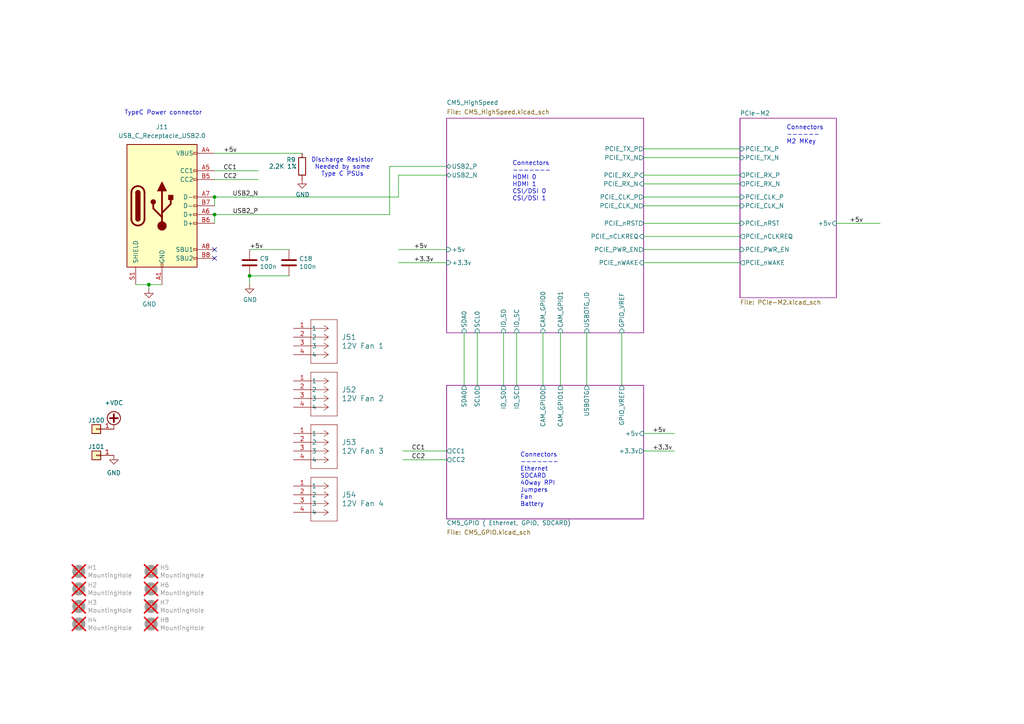
<source format=kicad_sch>
(kicad_sch (version 20250114) (generator "eeschema") (generator_version "9.0")
  (paper "A4")
  (title_block (title "Compute Module 5 IO Board - Top Level") (rev "1") (company "Copyright © 2024 Raspberry Pi Ltd.") (comment 1 "www.raspberrypi.com"))
  (lib_symbols
    (symbol "2025-05-04_16-39-33:LM5155DSSR" (pin_names (offset 0.254))
      (property "Reference" "U" (at 0 2.54 0))
      (property "Value" "LM5155DSSR" (at 0 0 0))
      (symbol "LM5155DSSR_0_1"
        (polyline (pts (xy -15.24 30.48) (xy -15.24 -30.48)) (stroke (width 0.2032)))
        (polyline (pts (xy -15.24 -30.48) (xy 15.24 -30.48)) (stroke (width 0.2032)))
        (polyline (pts (xy 15.24 30.48) (xy -15.24 30.48)) (stroke (width 0.2032)))
        (polyline (pts (xy 15.24 -30.48) (xy 15.24 30.48)) (stroke (width 0.2032)))
        (pin power_in line (at -20.32 25.4 0) (length 5.08) (name "BIAS") (number "1"))
        (pin input line (at -20.32 15.24 0) (length 5.08) (name "UVLO_SYNC") (number "12"))
        (pin open_collector line (at -20.32 5.08 0) (length 5.08) (name "PGOOD") (number "11"))
        (pin input line (at -20.32 -5.08 0) (length 5.08) (name "RT") (number "10"))
        (pin input line (at -20.32 -15.24 0) (length 5.08) (name "SS") (number "9"))
        (pin output line (at -20.32 -25.4 0) (length 5.08) (name "COMP") (number "6"))
        (pin power_in line (at 20.32 25.4 180) (length 5.08) (name "VCC") (number "2"))
        (pin output line (at 20.32 17.78 180) (length 5.08) (name "GATE") (number "3"))
        (pin input line (at 20.32 5.08 180) (length 5.08) (name "CS") (number "5"))
        (pin power_in line (at 20.32 -5.08 180) (length 5.08) (name "PGND") (number "4"))
        (pin input line (at 20.32 -15.24 180) (length 5.08) (name "FB") (number "8"))
        (pin unspecified line (at 20.32 -22.86 180) (length 5.08) (name "EP") (number "13"))
        (pin power_in line (at 20.32 -25.4 180) (length 5.08) (name "AGND") (number "7"))
      )
    )
    (symbol "2025-05-04_20-53-25:470531000" (pin_names (offset 0.254))
      (property "Reference" "J" (at 8.89 6.35 0))
      (property "Value" "470531000" (at 0 0 0))
      (symbol "470531000_1_1"
        (polyline (pts (xy 5.08 2.54) (xy 5.08 -10.16)) (stroke (width 0.127)))
        (polyline (pts (xy 5.08 -10.16) (xy 12.7 -10.16)) (stroke (width 0.127)))
        (polyline (pts (xy 10.16 0) (xy 5.08 0)) (stroke (width 0.127)))
        (polyline (pts (xy 10.16 0) (xy 8.89 0.8467)) (stroke (width 0.127)))
        (polyline (pts (xy 10.16 0) (xy 8.89 -0.8467)) (stroke (width 0.127)))
        (polyline (pts (xy 10.16 -2.54) (xy 5.08 -2.54)) (stroke (width 0.127)))
        (polyline (pts (xy 10.16 -2.54) (xy 8.89 -1.6933)) (stroke (width 0.127)))
        (polyline (pts (xy 10.16 -2.54) (xy 8.89 -3.3867)) (stroke (width 0.127)))
        (polyline (pts (xy 10.16 -5.08) (xy 5.08 -5.08)) (stroke (width 0.127)))
        (polyline (pts (xy 10.16 -5.08) (xy 8.89 -4.2333)) (stroke (width 0.127)))
        (polyline (pts (xy 10.16 -5.08) (xy 8.89 -5.9267)) (stroke (width 0.127)))
        (polyline (pts (xy 10.16 -7.62) (xy 5.08 -7.62)) (stroke (width 0.127)))
        (polyline (pts (xy 10.16 -7.62) (xy 8.89 -6.7733)) (stroke (width 0.127)))
        (polyline (pts (xy 10.16 -7.62) (xy 8.89 -8.4667)) (stroke (width 0.127)))
        (polyline (pts (xy 12.7 2.54) (xy 5.08 2.54)) (stroke (width 0.127)))
        (polyline (pts (xy 12.7 -10.16) (xy 12.7 2.54)) (stroke (width 0.127)))
        (pin unspecified line (at 0 0 0) (length 5.08) (name "1") (number "1"))
        (pin unspecified line (at 0 -2.54 0) (length 5.08) (name "2") (number "2"))
        (pin unspecified line (at 0 -5.08 0) (length 5.08) (name "3") (number "3"))
        (pin unspecified line (at 0 -7.62 0) (length 5.08) (name "4") (number "4"))
      )
      (symbol "470531000_1_2"
        (polyline (pts (xy 5.08 2.54) (xy 5.08 -10.16)) (stroke (width 0.127)))
        (polyline (pts (xy 5.08 -10.16) (xy 12.7 -10.16)) (stroke (width 0.127)))
        (polyline (pts (xy 7.62 0) (xy 5.08 0)) (stroke (width 0.127)))
        (polyline (pts (xy 7.62 0) (xy 8.89 0.8467)) (stroke (width 0.127)))
        (polyline (pts (xy 7.62 0) (xy 8.89 -0.8467)) (stroke (width 0.127)))
        (polyline (pts (xy 7.62 -2.54) (xy 5.08 -2.54)) (stroke (width 0.127)))
        (polyline (pts (xy 7.62 -2.54) (xy 8.89 -1.6933)) (stroke (width 0.127)))
        (polyline (pts (xy 7.62 -2.54) (xy 8.89 -3.3867)) (stroke (width 0.127)))
        (polyline (pts (xy 7.62 -5.08) (xy 5.08 -5.08)) (stroke (width 0.127)))
        (polyline (pts (xy 7.62 -5.08) (xy 8.89 -4.2333)) (stroke (width 0.127)))
        (polyline (pts (xy 7.62 -5.08) (xy 8.89 -5.9267)) (stroke (width 0.127)))
        (polyline (pts (xy 7.62 -7.62) (xy 5.08 -7.62)) (stroke (width 0.127)))
        (polyline (pts (xy 7.62 -7.62) (xy 8.89 -6.7733)) (stroke (width 0.127)))
        (polyline (pts (xy 7.62 -7.62) (xy 8.89 -8.4667)) (stroke (width 0.127)))
        (polyline (pts (xy 12.7 2.54) (xy 5.08 2.54)) (stroke (width 0.127)))
        (polyline (pts (xy 12.7 -10.16) (xy 12.7 2.54)) (stroke (width 0.127)))
        (pin unspecified line (at 0 0 0) (length 5.08) (name "1") (number "1"))
        (pin unspecified line (at 0 -2.54 0) (length 5.08) (name "2") (number "2"))
        (pin unspecified line (at 0 -5.08 0) (length 5.08) (name "3") (number "3"))
        (pin unspecified line (at 0 -7.62 0) (length 5.08) (name "4") (number "4"))
      )
    )
    (symbol "Connector:USB_C_Receptacle_USB2.0_16P" (pin_names (offset 1.016))
      (property "Reference" "J" (at 0 22.225 0))
      (property "Value" "USB_C_Receptacle_USB2.0_16P" (at 0 19.685 0))
      (symbol "USB_C_Receptacle_USB2.0_16P_0_0"
        (rectangle (start -0.254 -17.78) (end 0.254 -16.764))
        (rectangle (start 10.16 15.494) (end 9.144 14.986))
        (rectangle (start 10.16 10.414) (end 9.144 9.906))
        (rectangle (start 10.16 7.874) (end 9.144 7.366))
        (rectangle (start 10.16 2.794) (end 9.144 2.286))
        (rectangle (start 10.16 0.254) (end 9.144 -0.254))
        (rectangle (start 10.16 -2.286) (end 9.144 -2.794))
        (rectangle (start 10.16 -4.826) (end 9.144 -5.334))
        (rectangle (start 10.16 -12.446) (end 9.144 -12.954))
        (rectangle (start 10.16 -14.986) (end 9.144 -15.494))
      )
      (symbol "USB_C_Receptacle_USB2.0_16P_0_1"
        (rectangle (start -10.16 17.78) (end 10.16 -17.78) (stroke (width 0.254)) (fill (type background)))
        (polyline (pts (xy -8.89 -3.81) (xy -8.89 3.81)) (stroke (width 0.508)))
        (rectangle (start -7.62 -3.81) (end -6.35 3.81) (stroke (width 0.254)) (fill (type outline)))
        (arc (start -7.62 3.81) (mid -6.985 4.4423) (end -6.35 3.81) (stroke (width 0.254)))
        (arc (start -7.62 3.81) (mid -6.985 4.4423) (end -6.35 3.81) (stroke (width 0.254)) (fill (type outline)))
        (arc (start -8.89 3.81) (mid -6.985 5.7067) (end -5.08 3.81) (stroke (width 0.508)))
        (arc (start -5.08 -3.81) (mid -6.985 -5.7067) (end -8.89 -3.81) (stroke (width 0.508)))
        (arc (start -6.35 -3.81) (mid -6.985 -4.4423) (end -7.62 -3.81) (stroke (width 0.254)))
        (arc (start -6.35 -3.81) (mid -6.985 -4.4423) (end -7.62 -3.81) (stroke (width 0.254)) (fill (type outline)))
        (polyline (pts (xy -5.08 3.81) (xy -5.08 -3.81)) (stroke (width 0.508)))
        (circle (center -2.54 1.143) (radius 0.635) (stroke (width 0.254)) (fill (type outline)))
        (polyline (pts (xy -1.27 4.318) (xy 0 6.858) (xy 1.27 4.318) (xy -1.27 4.318)) (stroke (width 0.254)) (fill (type outline)))
        (polyline (pts (xy 0 -2.032) (xy 2.54 0.508) (xy 2.54 1.778)) (stroke (width 0.508)))
        (polyline (pts (xy 0 -3.302) (xy -2.54 -0.762) (xy -2.54 0.508)) (stroke (width 0.508)))
        (polyline (pts (xy 0 -5.842) (xy 0 4.318)) (stroke (width 0.508)))
        (circle (center 0 -5.842) (radius 1.27) (fill (type outline)))
        (rectangle (start 1.905 1.778) (end 3.175 3.048) (stroke (width 0.254)) (fill (type outline)))
      )
      (symbol "USB_C_Receptacle_USB2.0_16P_1_1"
        (pin passive line (at -7.62 -22.86 90) (length 5.08) (name "SHIELD") (number "S1"))
        (pin passive line (at 0 -22.86 90) (length 5.08) (name "GND") (number "A1"))
        (pin passive line (at 0 -22.86 90) (length 5.08) (hide yes) (name "GND") (number "A12"))
        (pin passive line (at 0 -22.86 90) (length 5.08) (hide yes) (name "GND") (number "B1"))
        (pin passive line (at 0 -22.86 90) (length 5.08) (hide yes) (name "GND") (number "B12"))
        (pin passive line (at 15.24 15.24 180) (length 5.08) (name "VBUS") (number "A4"))
        (pin passive line (at 15.24 15.24 180) (length 5.08) (hide yes) (name "VBUS") (number "A9"))
        (pin passive line (at 15.24 15.24 180) (length 5.08) (hide yes) (name "VBUS") (number "B4"))
        (pin passive line (at 15.24 15.24 180) (length 5.08) (hide yes) (name "VBUS") (number "B9"))
        (pin bidirectional line (at 15.24 10.16 180) (length 5.08) (name "CC1") (number "A5"))
        (pin bidirectional line (at 15.24 7.62 180) (length 5.08) (name "CC2") (number "B5"))
        (pin bidirectional line (at 15.24 2.54 180) (length 5.08) (name "D-") (number "A7"))
        (pin bidirectional line (at 15.24 0 180) (length 5.08) (name "D-") (number "B7"))
        (pin bidirectional line (at 15.24 -2.54 180) (length 5.08) (name "D+") (number "A6"))
        (pin bidirectional line (at 15.24 -5.08 180) (length 5.08) (name "D+") (number "B6"))
        (pin bidirectional line (at 15.24 -12.7 180) (length 5.08) (name "SBU1") (number "A8"))
        (pin bidirectional line (at 15.24 -15.24 180) (length 5.08) (name "SBU2") (number "B8"))
      )
    )
    (symbol "Connector_Generic:Conn_01x01" (pin_names (offset 1.016) (hide yes))
      (property "Reference" "J" (at 0 2.54 0))
      (property "Value" "Conn_01x01" (at 0 -2.54 0))
      (symbol "Conn_01x01_1_1"
        (rectangle (start -1.27 1.27) (end 1.27 -1.27) (stroke (width 0.254)) (fill (type background)))
        (rectangle (start -1.27 0.127) (end 0 -0.127) (stroke (width 0.1524)))
        (pin passive line (at -5.08 0 0) (length 3.81) (name "Pin_1") (number "1"))
      )
    )
    (symbol "Device:C" (pin_numbers (hide yes)) (pin_names (offset 0.254))
      (property "Reference" "C" (at 0.635 2.54 0))
      (property "Value" "C" (at 0.635 -2.54 0))
      (symbol "C_0_1"
        (polyline (pts (xy -2.032 0.762) (xy 2.032 0.762)) (stroke (width 0.508)))
        (polyline (pts (xy -2.032 -0.762) (xy 2.032 -0.762)) (stroke (width 0.508)))
      )
      (symbol "C_1_1"
        (pin passive line (at 0 3.81 270) (length 2.794) (name "~") (number "1"))
        (pin passive line (at 0 -3.81 90) (length 2.794) (name "~") (number "2"))
      )
    )
    (symbol "Device:D_Schottky" (pin_numbers (hide yes)) (pin_names (offset 1.016) (hide yes))
      (property "Reference" "D" (at 0 2.54 0))
      (property "Value" "D_Schottky" (at 0 -2.54 0))
      (symbol "D_Schottky_0_1"
        (polyline (pts (xy -1.905 0.635) (xy -1.905 1.27) (xy -1.27 1.27) (xy -1.27 -1.27) (xy -0.635 -1.27) (xy -0.635 -0.635)) (stroke (width 0.254)))
        (polyline (pts (xy 1.27 1.27) (xy 1.27 -1.27) (xy -1.27 0) (xy 1.27 1.27)) (stroke (width 0.254)))
        (polyline (pts (xy 1.27 0) (xy -1.27 0)))
      )
      (symbol "D_Schottky_1_1"
        (pin passive line (at -3.81 0 0) (length 2.54) (name "K") (number "1"))
        (pin passive line (at 3.81 0 180) (length 2.54) (name "A") (number "2"))
      )
    )
    (symbol "Device:L_Iron_Coupled" (pin_names (offset 0.254) (hide yes))
      (property "Reference" "L" (at 0 4.445 0))
      (property "Value" "L_Iron_Coupled" (at 0 -4.445 0))
      (symbol "L_Iron_Coupled_0_1"
        (circle (center -3.048 1.524) (radius 0.254) (fill (type outline)))
        (circle (center -3.048 -1.27) (radius 0.254) (fill (type outline)))
        (polyline (pts (xy -2.54 2.032) (xy -2.54 2.54)))
        (polyline (pts (xy -2.54 0.508) (xy 2.54 0.508)))
        (polyline (pts (xy -2.54 -2.032) (xy -2.54 -2.54)))
        (arc (start -1.524 2.032) (mid -2.032 1.5262) (end -2.54 2.032))
        (arc (start -2.54 -2.032) (mid -2.032 -1.5262) (end -1.524 -2.032))
        (arc (start -0.508 2.032) (mid -1.016 1.5262) (end -1.524 2.032))
        (arc (start -1.524 -2.032) (mid -1.016 -1.5262) (end -0.508 -2.032))
        (arc (start 0.508 2.032) (mid 0 1.5262) (end -0.508 2.032))
        (arc (start -0.508 -2.032) (mid 0 -1.5262) (end 0.508 -2.032))
        (arc (start 1.524 2.032) (mid 1.016 1.5262) (end 0.508 2.032))
        (arc (start 0.508 -2.032) (mid 1.016 -1.5262) (end 1.524 -2.032))
        (arc (start 2.54 2.032) (mid 2.032 1.5262) (end 1.524 2.032))
        (arc (start 1.524 -2.032) (mid 2.032 -1.5262) (end 2.54 -2.032))
        (polyline (pts (xy 2.54 2.54) (xy 2.54 2.032)))
        (polyline (pts (xy 2.54 -0.508) (xy -2.54 -0.508)))
        (polyline (pts (xy 2.54 -2.032) (xy 2.54 -2.54)))
      )
      (symbol "L_Iron_Coupled_1_1"
        (pin passive line (at -5.08 2.54 0) (length 2.54) (name "1") (number "1"))
        (pin passive line (at -5.08 -2.54 0) (length 2.54) (name "3") (number "3"))
        (pin passive line (at 5.08 2.54 180) (length 2.54) (name "2") (number "2"))
        (pin passive line (at 5.08 -2.54 180) (length 2.54) (name "4") (number "4"))
      )
    )
    (symbol "Device:R" (pin_numbers (hide yes)) (pin_names (offset 0))
      (property "Reference" "R" (at 2.032 0 90))
      (property "Value" "R" (at 0 0 90))
      (symbol "R_0_1"
        (rectangle (start -1.016 -2.54) (end 1.016 2.54) (stroke (width 0.254)))
      )
      (symbol "R_1_1"
        (pin passive line (at 0 3.81 270) (length 1.27) (name "~") (number "1"))
        (pin passive line (at 0 -3.81 90) (length 1.27) (name "~") (number "2"))
      )
    )
    (symbol "Mechanical:MountingHole" (pin_names (offset 1.016))
      (property "Reference" "H" (at 0 5.08 0))
      (property "Value" "MountingHole" (at 0 3.175 0))
      (symbol "MountingHole_0_1"
        (circle (center 0 0) (radius 1.27) (stroke (width 1.27)))
      )
    )
    (symbol "emberone:CSD18511Q5A" (pin_names (hide yes))
      (property "Reference" "Q1" (at 6.35 1.2701 0))
      (property "Value" "CSD18511Q5A" (at 6.35 -1.2699 0))
      (symbol "CSD18511Q5A_0_1"
        (polyline (pts (xy 0.254 1.905) (xy 0.254 -1.905)) (stroke (width 0.254)))
        (polyline (pts (xy 0.254 0) (xy -2.54 0)))
        (polyline (pts (xy 0.762 2.286) (xy 0.762 1.27)) (stroke (width 0.254)))
        (polyline (pts (xy 0.762 0.508) (xy 0.762 -0.508)) (stroke (width 0.254)))
        (polyline (pts (xy 0.762 -1.27) (xy 0.762 -2.286)) (stroke (width 0.254)))
        (polyline (pts (xy 0.762 -1.778) (xy 3.302 -1.778) (xy 3.302 1.778) (xy 0.762 1.778)))
        (polyline (pts (xy 1.016 0) (xy 2.032 0.381) (xy 2.032 -0.381) (xy 1.016 0)) (fill (type outline)))
        (circle (center 1.651 0) (radius 2.794) (stroke (width 0.254)))
        (polyline (pts (xy 2.54 2.54) (xy 2.54 1.778)))
        (circle (center 2.54 1.778) (radius 0.254) (fill (type outline)))
        (circle (center 2.54 -1.778) (radius 0.254) (fill (type outline)))
        (polyline (pts (xy 2.54 -2.54) (xy 2.54 0) (xy 0.762 0)))
        (polyline (pts (xy 2.794 0.508) (xy 2.921 0.381) (xy 3.683 0.381) (xy 3.81 0.254)))
        (polyline (pts (xy 3.302 0.381) (xy 2.921 -0.254) (xy 3.683 -0.254) (xy 3.302 0.381)))
      )
      (symbol "CSD18511Q5A_1_1"
        (pin passive line (at -5.08 0 0) (length 2.54) (name "G") (number "4"))
        (pin passive line (at 2.54 5.08 270) (length 2.54) (name "D") (number "5"))
        (pin passive line (at 2.54 5.08 270) (length 2.54) (hide yes) (name "D") (number "6"))
        (pin passive line (at 2.54 5.08 270) (length 2.54) (hide yes) (name "D") (number "7"))
        (pin passive line (at 2.54 5.08 270) (length 2.54) (hide yes) (name "D") (number "8"))
        (pin passive line (at 2.54 -5.08 90) (length 2.54) (name "S") (number "1"))
        (pin passive line (at 2.54 -5.08 90) (length 2.54) (hide yes) (name "S") (number "2"))
        (pin passive line (at 2.54 -5.08 90) (length 2.54) (hide yes) (name "S") (number "3"))
      )
    )
    (symbol "power:+12V" (power) (pin_numbers (hide yes)) (pin_names (offset 0) (hide yes))
      (property "Value" "+12V" (at 0 3.556 0))
      (symbol "+12V_0_1"
        (polyline (pts (xy -0.762 1.27) (xy 0 2.54)))
        (polyline (pts (xy 0 2.54) (xy 0.762 1.27)))
        (polyline (pts (xy 0 0) (xy 0 2.54)))
      )
      (symbol "+12V_1_1"
        (pin power_in line (at 0 0 90) (length 0) (name "~") (number "1"))
      )
    )
    (symbol "power:+VDC" (power) (pin_numbers (hide yes)) (pin_names (offset 0) (hide yes))
      (property "Value" "+VDC" (at 0 6.35 0))
      (symbol "+VDC_0_1"
        (polyline (pts (xy -1.143 3.175) (xy 1.143 3.175)) (stroke (width 0.508)))
        (circle (center 0 3.175) (radius 1.905) (stroke (width 0.254)))
        (polyline (pts (xy 0 2.032) (xy 0 4.318)) (stroke (width 0.508)))
        (polyline (pts (xy 0 0) (xy 0 1.27)))
      )
      (symbol "+VDC_1_1"
        (pin power_in line (at 0 0 90) (length 0) (name "~") (number "1"))
      )
    )
    (symbol "power:GND" (power) (pin_numbers (hide yes)) (pin_names (offset 0) (hide yes))
      (property "Value" "GND" (at 0 -3.81 0))
      (symbol "GND_0_1"
        (polyline (pts (xy 0 0) (xy 0 -1.27) (xy 1.27 -1.27) (xy 0 -2.54) (xy -1.27 -1.27) (xy 0 -1.27)))
      )
      (symbol "GND_1_1"
        (pin power_in line (at 0 0 270) (length 0) (name "~") (number "1"))
      )
    )
  )
  (text "Connectors\n-------\nEthernet\nSDCARD\n40way RPI\nJumpers\nFan\nBattery" (at 150.876 147.066 0) (effects (font (size 1.27 1.27)) (justify left bottom)))
  (text "Connectors\n------\nM2 MKey" (at 228.092 41.91 0) (effects (font (size 1.27 1.27)) (justify left bottom)))
  (text "Discharge Resistor\nNeeded by some\nType C PSUs" (at 99.314 48.514 0) (effects (font (size 1.27 1.27))))
  (text "TypeC Power connector" (at 36.068 33.528 0) (effects (font (size 1.27 1.27)) (justify left bottom)))
  (text "Connectors\n-------\nHDMI 0\nHDMI 1\nCSI/DSI 0\nCSI/DSI 1" (at 148.59 58.42 0) (effects (font (size 1.27 1.27)) (justify left bottom)))
  (junction (at 0 276.86))
  (junction (at 153.67 250.19))
  (junction (at 43.18 82.55))
  (junction (at 99.06 250.19))
  (junction (at 22.86 311.15))
  (junction (at 71.12 311.15))
  (junction (at 95.25 280.67))
  (junction (at 0 298.45))
  (junction (at 170.18 250.19))
  (junction (at -27.94 240.03))
  (junction (at 22.86 344.17))
  (junction (at 0 270.51))
  (junction (at 72.39 80.01))
  (junction (at 26.67 248.92))
  (junction (at -11.43 240.03))
  (junction (at 170.18 307.34))
  (junction (at 115.57 250.19))
  (junction (at 11.43 308.61))
  (junction (at 62.23 62.23))
  (junction (at -27.94 254))
  (junction (at 26.67 240.03))
  (junction (at 62.23 57.15))
  (junction (at 0 308.61))
  (junction (at 0 240.03))
  (junction (at 81.28 280.67))
  (no_connect (at 62.23 74.93))
  (no_connect (at 62.23 72.39))
  (wire (pts (xy 19.05 300.99) (xy 27.94 300.99)))
  (wire (pts (xy 0 240.03) (xy 0 254)))
  (wire (pts (xy 0 261.62) (xy 0 270.51)))
  (wire (pts (xy 115.57 76.2) (xy 129.54 76.2)))
  (wire (pts (xy 170.18 250.19) (xy 181.61 250.19)))
  (wire (pts (xy 186.69 130.81) (xy 195.58 130.81)))
  (wire (pts (xy 180.34 96.52) (xy 180.34 111.76)))
  (wire (pts (xy -27.94 240.03) (xy -11.43 240.03)))
  (wire (pts (xy 74.93 260.35) (xy 74.93 246.38)))
  (wire (pts (xy 113.03 48.26) (xy 129.54 48.26)))
  (wire (pts (xy 139.7 250.19) (xy 153.67 250.19)))
  (wire (pts (xy 74.93 246.38) (xy 83.82 246.38)))
  (wire (pts (xy 104.14 250.19) (xy 99.06 250.19)))
  (wire (pts (xy 186.69 53.34) (xy 214.63 53.34)))
  (wire (pts (xy 62.23 52.07) (xy 74.93 52.07)))
  (wire (pts (xy 186.69 68.58) (xy 214.63 68.58)))
  (wire (pts (xy 115.57 57.15) (xy 115.57 50.8)))
  (wire (pts (xy 43.18 83.82) (xy 43.18 82.55)))
  (wire (pts (xy 102.87 260.35) (xy 99.06 260.35)))
  (wire (pts (xy 99.06 250.19) (xy 95.25 250.19)))
  (wire (pts (xy 134.62 96.52) (xy 134.62 111.76)))
  (wire (pts (xy 83.82 246.38) (xy 83.82 247.65)))
  (wire (pts (xy 186.69 43.18) (xy 214.63 43.18)))
  (wire (pts (xy -27.94 247.65) (xy -27.94 254)))
  (wire (pts (xy 68.58 260.35) (xy 74.93 260.35)))
  (wire (pts (xy 0 270.51) (xy 27.94 270.51)))
  (wire (pts (xy 72.39 80.01) (xy 83.82 80.01)))
  (wire (pts (xy 68.58 300.99) (xy 74.93 300.99)))
  (wire (pts (xy -48.26 254) (xy -27.94 254)))
  (wire (pts (xy 81.28 280.67) (xy 83.82 280.67)))
  (wire (pts (xy -48.26 240.03) (xy -27.94 240.03)))
  (wire (pts (xy -21.59 290.83) (xy -21.59 298.45)))
  (wire (pts (xy 22.86 336.55) (xy 22.86 344.17)))
  (wire (pts (xy 62.23 62.23) (xy 113.03 62.23)))
  (wire (pts (xy 149.86 96.52) (xy 149.86 111.76)))
  (wire (pts (xy -21.59 276.86) (xy 0 276.86)))
  (wire (pts (xy 27.94 260.35) (xy 26.67 260.35)))
  (wire (pts (xy 138.43 96.52) (xy 138.43 111.76)))
  (wire (pts (xy 27.94 311.15) (xy 22.86 311.15)))
  (wire (pts (xy 170.18 250.19) (xy 170.18 280.67)))
  (wire (pts (xy 116.84 133.35) (xy 129.54 133.35)))
  (wire (pts (xy 95.25 250.19) (xy 95.25 262.89)))
  (wire (pts (xy 186.69 57.15) (xy 214.63 57.15)))
  (wire (pts (xy 170.18 288.29) (xy 170.18 307.34)))
  (wire (pts (xy 157.48 96.52) (xy 157.48 111.76)))
  (wire (pts (xy 26.67 260.35) (xy 26.67 248.92)))
  (wire (pts (xy 113.03 48.26) (xy 113.03 62.23)))
  (wire (pts (xy 7.62 344.17) (xy 22.86 344.17)))
  (wire (pts (xy 74.93 307.34) (xy 170.18 307.34)))
  (wire (pts (xy 0 240.03) (xy -11.43 240.03)))
  (wire (pts (xy 0 270.51) (xy 0 276.86)))
  (wire (pts (xy 68.58 311.15) (xy 71.12 311.15)))
  (wire (pts (xy 162.56 96.52) (xy 162.56 111.76)))
  (wire (pts (xy 74.93 300.99) (xy 74.93 307.34)))
  (wire (pts (xy 99.06 250.19) (xy 99.06 260.35)))
  (wire (pts (xy 186.69 50.8) (xy 214.63 50.8)))
  (wire (pts (xy 11.43 300.99) (xy 11.43 308.61)))
  (wire (pts (xy 68.58 280.67) (xy 81.28 280.67)))
  (wire (pts (xy 7.62 311.15) (xy 7.62 322.58)))
  (wire (pts (xy 68.58 308.61) (xy 71.12 308.61)))
  (wire (pts (xy 0 298.45) (xy 0 308.61)))
  (wire (pts (xy 72.39 80.01) (xy 72.39 82.55)))
  (wire (pts (xy 95.25 273.05) (xy 95.25 280.67)))
  (wire (pts (xy 170.18 96.52) (xy 170.18 111.76)))
  (wire (pts (xy 11.43 293.37) (xy 11.43 290.83)))
  (wire (pts (xy 186.69 64.77) (xy 214.63 64.77)))
  (wire (pts (xy 16.51 252.73) (xy 16.51 248.92)))
  (wire (pts (xy 87.63 267.97) (xy 68.58 267.97)))
  (wire (pts (xy 62.23 44.45) (xy 87.63 44.45)))
  (wire (pts (xy 62.23 62.23) (xy 62.23 64.77)))
  (wire (pts (xy 72.39 72.39) (xy 83.82 72.39)))
  (wire (pts (xy 242.57 64.77) (xy 255.27 64.77)))
  (wire (pts (xy 22.86 311.15) (xy 7.62 311.15)))
  (wire (pts (xy 91.44 280.67) (xy 95.25 280.67)))
  (wire (pts (xy -21.59 283.21) (xy -21.59 276.86)))
  (wire (pts (xy 0 290.83) (xy 0 298.45)))
  (wire (pts (xy 186.69 72.39) (xy 214.63 72.39)))
  (wire (pts (xy 43.18 82.55) (xy 46.99 82.55)))
  (wire (pts (xy 186.69 59.69) (xy 214.63 59.69)))
  (wire (pts (xy 39.37 82.55) (xy 43.18 82.55)))
  (wire (pts (xy 0 276.86) (xy 0 283.21)))
  (wire (pts (xy 62.23 49.53) (xy 74.93 49.53)))
  (wire (pts (xy 146.05 96.52) (xy 146.05 111.76)))
  (wire (pts (xy 170.18 307.34) (xy 170.18 322.58)))
  (wire (pts (xy 186.69 125.73) (xy 195.58 125.73)))
  (wire (pts (xy 22.86 323.85) (xy 22.86 328.93)))
  (wire (pts (xy -27.94 254) (xy -11.43 254)))
  (wire (pts (xy 7.62 330.2) (xy 7.62 344.17)))
  (wire (pts (xy 22.86 311.15) (xy 22.86 316.23)))
  (wire (pts (xy 26.67 240.03) (xy 26.67 248.92)))
  (wire (pts (xy 115.57 250.19) (xy 132.08 250.19)))
  (wire (pts (xy 0 240.03) (xy 26.67 240.03)))
  (wire (pts (xy 109.22 250.19) (xy 115.57 250.19)))
  (wire (pts (xy 0 308.61) (xy 0 311.15)))
  (wire (pts (xy -11.43 247.65) (xy -11.43 254)))
  (wire (pts (xy 153.67 250.19) (xy 153.67 251.46)))
  (wire (pts (xy -21.59 298.45) (xy 0 298.45)))
  (wire (pts (xy 62.23 57.15) (xy 62.23 59.69)))
  (wire (pts (xy 81.28 280.67) (xy 81.28 284.48)))
  (wire (pts (xy 116.84 130.81) (xy 129.54 130.81)))
  (wire (pts (xy 104.14 240.03) (xy 26.67 240.03)))
  (wire (pts (xy 115.57 72.39) (xy 129.54 72.39)))
  (wire (pts (xy 16.51 248.92) (xy 26.67 248.92)))
  (wire (pts (xy 115.57 250.19) (xy 115.57 260.35)))
  (wire (pts (xy 153.67 259.08) (xy 153.67 270.51)))
  (wire (pts (xy 153.67 250.19) (xy 170.18 250.19)))
  (wire (pts (xy 115.57 50.8) (xy 129.54 50.8)))
  (wire (pts (xy 0 308.61) (xy 11.43 308.61)))
  (wire (pts (xy 11.43 290.83) (xy 27.94 290.83)))
  (wire (pts (xy 186.69 45.72) (xy 214.63 45.72)))
  (wire (pts (xy 62.23 57.15) (xy 115.57 57.15)))
  (wire (pts (xy 115.57 260.35) (xy 110.49 260.35)))
  (wire (pts (xy 186.69 76.2) (xy 214.63 76.2)))
  (wire (pts (xy 109.22 240.03) (xy 120.65 240.03)))
  (wire (pts (xy 11.43 308.61) (xy 19.05 308.61)))
  (wire (pts (xy 71.12 308.61) (xy 71.12 311.15)))
  (label "+5v" (at 72.39 72.39 0))
  (label "CC1" (at 119.38 130.81 0))
  (label "CC2" (at 119.38 133.35 0))
  (label "+5v" (at 246.38 64.77 0))
  (label "https:{slash}{slash}webench.ti.com{slash}appinfo{slash}webench{slash}scripts{slash}SDP.cgi?ID=76991F136CBADE83" (at 8.89 246.38 0))
  (label "+5v" (at 189.23 125.73 0))
  (label "+5v" (at 120.015 72.39 0))
  (label "USB2_P" (at 74.93 62.23 180))
  (label "CC1" (at 64.77 49.53 0))
  (label "USB2_N" (at 74.93 57.15 180))
  (label "+3.3v" (at 189.23 130.81 0))
  (label "+3.3v" (at 120.015 76.2 0))
  (label "CC2" (at 64.77 52.07 0))
  (label "+5v" (at 64.77 44.45 0))
  (symbol (lib_id "Mechanical:MountingHole") (at 22.86 180.975 0) (unit 1) (exclude_from_sim yes) (in_bom no) (dnp yes)
    (property "Reference" "H4" (at 25.4 179.832 0) (effects (justify left)))
    (property "Value" "MountingHole" (at 25.4 182.118 0) (effects (justify left)))
    (property "Footprint" "libreboard:MountingHole_2.7mm_M2.5_DIN965" (effects (hide yes)))
    (property "Field4" "nf" (effects (hide yes)))
    (property "Field5" "nf" (effects (hide yes)))
    (property "Field6" "nf" (effects (hide yes)))
    (property "Field7" "nf" (effects (hide yes)))
    (property "Part Description" "M2.5 mounting hole" (effects (hide yes)))
  )
  (symbol (lib_id "Mechanical:MountingHole") (at 22.86 175.895 0) (unit 1) (exclude_from_sim yes) (in_bom no) (dnp yes)
    (property "Reference" "H3" (at 25.4 174.752 0) (effects (justify left)))
    (property "Value" "MountingHole" (at 25.4 177.038 0) (effects (justify left)))
    (property "Footprint" "libreboard:MountingHole_2.7mm_M2.5_DIN965" (effects (hide yes)))
    (property "Field4" "nf" (effects (hide yes)))
    (property "Field5" "nf" (effects (hide yes)))
    (property "Field6" "nf" (effects (hide yes)))
    (property "Field7" "nf" (effects (hide yes)))
    (property "Part Description" "M2.5 mounting hole" (effects (hide yes)))
  )
  (symbol (lib_id "Mechanical:MountingHole") (at 22.86 170.815 0) (unit 1) (exclude_from_sim yes) (in_bom no) (dnp yes)
    (property "Reference" "H2" (at 25.4 169.672 0) (effects (justify left)))
    (property "Value" "MountingHole" (at 25.4 171.958 0) (effects (justify left)))
    (property "Footprint" "libreboard:MountingHole_2.7mm_M2.5_DIN965" (effects (hide yes)))
    (property "Field4" "nf" (effects (hide yes)))
    (property "Field5" "nf" (effects (hide yes)))
    (property "Field6" "nf" (effects (hide yes)))
    (property "Field7" "nf" (effects (hide yes)))
    (property "Part Description" "M2.5 mounting hole" (effects (hide yes)))
  )
  (symbol (lib_id "Mechanical:MountingHole") (at 22.86 165.735 0) (unit 1) (exclude_from_sim yes) (in_bom no) (dnp yes)
    (property "Reference" "H1" (at 25.4 164.592 0) (effects (justify left)))
    (property "Value" "MountingHole" (at 25.4 166.878 0) (effects (justify left)))
    (property "Footprint" "libreboard:MountingHole_2.7mm_M2.5_DIN965" (effects (hide yes)))
    (property "Field4" "nf" (effects (hide yes)))
    (property "Field5" "nf" (effects (hide yes)))
    (property "Field6" "nf" (effects (hide yes)))
    (property "Field7" "nf" (effects (hide yes)))
    (property "Part Description" "M2.5 mounting hole" (effects (hide yes)))
  )
  (symbol (lib_id "Mechanical:MountingHole") (at 43.815 165.735 0) (unit 1) (exclude_from_sim yes) (in_bom no) (dnp yes)
    (property "Reference" "H5" (at 46.355 164.592 0) (effects (justify left)))
    (property "Value" "MountingHole" (at 46.355 166.878 0) (effects (justify left)))
    (property "Footprint" "libreboard:MountingHole_2.7mm_M2.5_DIN965" (effects (hide yes)))
    (property "Field4" "nf" (effects (hide yes)))
    (property "Field5" "nf" (effects (hide yes)))
    (property "Field6" "nf" (effects (hide yes)))
    (property "Field7" "nf" (effects (hide yes)))
    (property "Part Description" "M2.5 mounting hole" (effects (hide yes)))
  )
  (symbol (lib_id "Mechanical:MountingHole") (at 43.815 180.975 0) (unit 1) (exclude_from_sim yes) (in_bom no) (dnp yes)
    (property "Reference" "H8" (at 46.355 179.832 0) (effects (justify left)))
    (property "Value" "MountingHole" (at 46.355 182.118 0) (effects (justify left)))
    (property "Footprint" "libreboard:MountingHole_2.7mm_M2.5_DIN965" (effects (hide yes)))
    (property "Field4" "nf" (effects (hide yes)))
    (property "Field5" "nf" (effects (hide yes)))
    (property "Field6" "nf" (effects (hide yes)))
    (property "Field7" "nf" (effects (hide yes)))
    (property "Part Description" "M2.5 mounting hole" (effects (hide yes)))
  )
  (symbol (lib_id "Mechanical:MountingHole") (at 43.815 175.895 0) (unit 1) (exclude_from_sim yes) (in_bom no) (dnp yes)
    (property "Reference" "H7" (at 46.355 174.752 0) (effects (justify left)))
    (property "Value" "MountingHole" (at 46.355 177.038 0) (effects (justify left)))
    (property "Footprint" "libreboard:MountingHole_2.7mm_M2.5_DIN965" (effects (hide yes)))
    (property "Field4" "nf" (effects (hide yes)))
    (property "Field5" "nf" (effects (hide yes)))
    (property "Field6" "nf" (effects (hide yes)))
    (property "Field7" "nf" (effects (hide yes)))
    (property "Part Description" "M2.5 mounting hole" (effects (hide yes)))
  )
  (symbol (lib_id "Mechanical:MountingHole") (at 43.815 170.815 0) (unit 1) (exclude_from_sim yes) (in_bom no) (dnp yes)
    (property "Reference" "H6" (at 46.355 169.672 0) (effects (justify left)))
    (property "Value" "MountingHole" (at 46.355 171.958 0) (effects (justify left)))
    (property "Footprint" "libreboard:MountingHole_2.7mm_M2.5_DIN965" (effects (hide yes)))
    (property "Field4" "nf" (effects (hide yes)))
    (property "Field5" "nf" (effects (hide yes)))
    (property "Field6" "nf" (effects (hide yes)))
    (property "Field7" "nf" (effects (hide yes)))
    (property "Part Description" "M2.5 mounting hole" (effects (hide yes)))
  )
  (symbol (lib_id "Device:C") (at 81.28 288.29 180) (unit 1)
    (property "Reference" "C30" (at 86.36 287.0199 0) (effects (justify right)))
    (property "Value" "100pF" (at 86.36 289.5599 0) (effects (justify right)))
    (property "Footprint" "Capacitor_SMD:C_0805_2012Metric" (effects (hide yes)))
    (property "Description" "Unpolarized capacitor" (effects (hide yes)))
  )
  (symbol (lib_id "power:GND") (at 87.63 52.07 0) (unit 1)
    (property "Reference" "#PWR031" (effects (hide yes)))
    (property "Value" "GND" (at 87.757 56.4642 0))
    (property "Description" "Power symbol creates a global label with name \"GND\" , ground" (effects (hide yes)))
  )
  (symbol (lib_id "2025-05-04_20-53-25:470531000") (at 85.09 95.25 0) (unit 1)
    (property "Reference" "J51" (at 99.06 97.7899 0) (effects (font (size 1.524 1.524)) (justify left)))
    (property "Value" "12V Fan 1" (at 99.06 100.3299 0) (effects (font (size 1.524 1.524)) (justify left)))
    (property "Footprint" "libreboard:CONN_SD-47053-001_H10p00_MOL" (effects (hide yes)))
    (property "Datasheet" "470531000" (effects (hide yes)))
  )
  (symbol (lib_id "Device:C") (at 19.05 304.8 180) (unit 1)
    (property "Reference" "C25" (at 24.13 303.5299 0) (effects (justify right)))
    (property "Value" "220nF" (at 24.13 306.0699 0) (effects (justify right)))
    (property "Footprint" "Capacitor_SMD:C_1812_4532Metric" (effects (hide yes)))
    (property "Datasheet" "=" (effects (hide yes)))
    (property "Description" "Unpolarized capacitor" (effects (hide yes)))
  )
  (symbol (lib_id "power:GND") (at 16.51 260.35 0) (unit 1)
    (property "Reference" "#PWR036" (effects (hide yes)))
    (property "Value" "GND" (at 16.51 265.43 0))
    (property "Description" "Power symbol creates a global label with name \"GND\" , ground" (effects (hide yes)))
  )
  (symbol (lib_id "Device:R") (at 0 287.02 0) (unit 1)
    (property "Reference" "R7" (at 2.54 285.7499 0) (effects (justify left)))
    (property "Value" "6.49kΩ" (at 2.54 288.2899 0) (effects (justify left)))
    (property "Footprint" "Resistor_SMD:R_0603_1608Metric" (effects (hide yes)))
    (property "Description" "Resistor" (effects (hide yes)))
  )
  (symbol (lib_id "2025-05-04_20-53-25:470531000") (at 85.09 110.49 0) (unit 1)
    (property "Reference" "J52" (at 99.06 113.0299 0) (effects (font (size 1.524 1.524)) (justify left)))
    (property "Value" "12V Fan 2" (at 99.06 115.5699 0) (effects (font (size 1.524 1.524)) (justify left)))
    (property "Footprint" "libreboard:CONN_SD-47053-001_H10p00_MOL" (effects (hide yes)))
    (property "Datasheet" "470531000" (effects (hide yes)))
  )
  (symbol (lib_id "Device:C") (at 83.82 76.2 0) (unit 1)
    (property "Reference" "C18" (at 86.741 75.0316 0) (effects (justify left)))
    (property "Value" "100n" (at 86.741 77.343 0) (effects (justify left)))
    (property "Footprint" "Capacitor_SMD:C_0402_1005Metric" (effects (hide yes)))
    (property "Datasheet" "https://search.murata.co.jp/Ceramy/image/img/A01X/G101/ENG/GRM155R71C104KA88-01.pdf" (effects (hide yes)))
    (property "Field4" "Farnell" (effects (hide yes)))
    (property "Field5" "2611911" (effects (hide yes)))
    (property "Field6" "RM EMK105 B7104KV-F" (effects (hide yes)))
    (property "Field7" "TAIYO YUDEN EUROPE GMBH" (effects (hide yes)))
    (property "Field8" "110091611" (effects (hide yes)))
    (property "Part Description" "	0.1uF 10% 16V Ceramic Capacitor X7R 0402 (1005 Metric)" (effects (hide yes)))
  )
  (symbol (lib_id "power:+VDC") (at -48.26 240.03 0) (unit 1)
    (property "Reference" "#PWR034" (effects (hide yes)))
    (property "Value" "+VDC" (at -48.26 232.41 0))
    (property "Description" "Power symbol creates a global label with name \"+VDC\"" (effects (hide yes)))
  )
  (symbol (lib_id "power:GND") (at 68.58 290.83 0) (unit 1)
    (property "Reference" "#PWR043" (effects (hide yes)))
    (property "Value" "GND" (at 68.58 295.91 0))
    (property "Description" "Power symbol creates a global label with name \"GND\" , ground" (effects (hide yes)))
  )
  (symbol (lib_id "power:GND") (at 153.67 270.51 0) (unit 1)
    (property "Reference" "#PWR041" (effects (hide yes)))
    (property "Value" "GND" (at 153.67 275.59 0))
    (property "Description" "Power symbol creates a global label with name \"GND\" , ground" (effects (hide yes)))
  )
  (symbol (lib_id "2025-05-04_16-39-33:LM5155DSSR") (at 48.26 285.75 0) (unit 1)
    (property "Reference" "U4" (at 48.26 250.19 0) (effects (font (size 1.524 1.524))))
    (property "Value" "LM5155DSSR" (at 48.26 252.73 0) (effects (font (size 1.524 1.524))))
    (property "Footprint" "libreboard:DSS0012B" (effects (hide yes)))
    (property "Datasheet" "LM5155DSSR" (effects (hide yes)))
    (property "Description" "https://webench.ti.com/appinfo/webench/scripts/SDP.cgi?ID=76991F136CBADE83" (effects (hide yes)))
  )
  (symbol (lib_id "Device:C") (at -21.59 287.02 180) (unit 1)
    (property "Reference" "C24" (at -16.51 285.7499 0) (effects (justify right)))
    (property "Value" "10pF" (at -16.51 288.2899 0) (effects (justify right)))
    (property "Footprint" "Capacitor_SMD:C_0201_0603Metric" (effects (hide yes)))
    (property "Datasheet" "https://search.murata.co.jp/Ceramy/image/img/A01X/G101/ENG/GRM32ER71J106MA12-01.pdf" (effects (hide yes)))
    (property "Description" "Unpolarized capacitor" (effects (hide yes)))
  )
  (symbol (lib_id "power:GND") (at 83.82 255.27 0) (unit 1)
    (property "Reference" "#PWR037" (effects (hide yes)))
    (property "Value" "GND" (at 83.82 260.35 0))
    (property "Description" "Power symbol creates a global label with name \"GND\" , ground" (effects (hide yes)))
  )
  (symbol (lib_id "power:GND") (at -48.26 254 0) (unit 1)
    (property "Reference" "#PWR035" (effects (hide yes)))
    (property "Value" "GND" (at -48.26 259.08 0))
    (property "Description" "Power symbol creates a global label with name \"GND\" , ground" (effects (hide yes)))
  )
  (symbol (lib_id "Device:R") (at 95.25 284.48 180) (unit 1)
    (property "Reference" "R20" (at 97.79 283.2099 0) (effects (justify right)))
    (property "Value" "18mΩ" (at 97.79 285.7499 0) (effects (justify right)))
    (property "Footprint" "Resistor_SMD:R_0612_1632Metric" (effects (hide yes)))
    (property "Description" "Resistor" (effects (hide yes)))
  )
  (symbol (lib_id "Device:R") (at 22.86 332.74 0) (unit 1)
    (property "Reference" "R11" (at 25.4 331.4699 0) (effects (justify left)))
    (property "Value" "68.1kΩ" (at 25.4 334.0099 0) (effects (justify left)))
    (property "Footprint" "Resistor_SMD:R_0603_1608Metric" (effects (hide yes)))
    (property "Description" "Resistor" (effects (hide yes)))
  )
  (symbol (lib_id "Device:R") (at 87.63 280.67 90) (unit 1)
    (property "Reference" "R13" (at 87.63 274.32 90))
    (property "Value" "100Ω" (at 87.63 276.86 90))
    (property "Footprint" "Resistor_SMD:R_0603_1608Metric" (effects (hide yes)))
    (property "Description" "Resistor" (effects (hide yes)))
  )
  (symbol (lib_id "Device:C") (at -27.94 243.84 180) (unit 1)
    (property "Reference" "C20" (at -22.86 242.5699 0) (effects (justify right)))
    (property "Value" "10uF" (at -22.86 245.1099 0) (effects (justify right)))
    (property "Footprint" "Capacitor_SMD:C_1210_3225Metric" (effects (hide yes)))
    (property "Datasheet" "https://search.murata.co.jp/Ceramy/image/img/A01X/G101/ENG/GRM32ER71J106MA12-01.pdf" (effects (hide yes)))
    (property "Description" "Unpolarized capacitor" (effects (hide yes)))
  )
  (symbol (lib_id "Device:C") (at 83.82 251.46 180) (unit 1)
    (property "Reference" "C23" (at 88.9 250.1899 0) (effects (justify right)))
    (property "Value" "1uF" (at 88.9 252.7299 0) (effects (justify right)))
    (property "Footprint" "Capacitor_SMD:C_0603_1608Metric" (effects (hide yes)))
    (property "Datasheet" "https://search.murata.co.jp/Ceramy/image/img/A01X/G101/ENG/GRM32ER71J106MA12-01.pdf" (effects (hide yes)))
    (property "Description" "Unpolarized capacitor" (effects (hide yes)))
  )
  (symbol (lib_id "Device:R") (at 170.18 284.48 180) (unit 1)
    (property "Reference" "R18" (at 172.72 283.2099 0) (effects (justify right)))
    (property "Value" "51.1kΩ" (at 172.72 285.7499 0) (effects (justify right)))
    (property "Footprint" "Resistor_SMD:R_0603_1608Metric" (effects (hide yes)))
    (property "Description" "Resistor" (effects (hide yes)))
  )
  (symbol (lib_id "2025-05-04_20-53-25:470531000") (at 85.09 140.97 0) (unit 1)
    (property "Reference" "J54" (at 99.06 143.5099 0) (effects (font (size 1.524 1.524)) (justify left)))
    (property "Value" "12V Fan 4" (at 99.06 146.0499 0) (effects (font (size 1.524 1.524)) (justify left)))
    (property "Footprint" "libreboard:CONN_SD-47053-001_H10p00_MOL" (effects (hide yes)))
    (property "Datasheet" "470531000" (effects (hide yes)))
  )
  (symbol (lib_id "Connector_Generic:Conn_01x01") (at 27.94 132.08 180) (unit 1)
    (property "Reference" "J101" (at 27.94 129.54 0))
    (property "Value" "Screw Terminal" (effects (hide yes)))
    (property "Footprint" "libreboard:7770-screw-terminal" (effects (hide yes)))
    (property "Datasheet" "https://mm.digikey.com/Volume0/opasdata/d220001/medias/docus/581/Metric_PCB_Screw_Terminals.pdf" (effects (hide yes)))
    (property "DK" "36-7770-ND" (effects (hide yes)))
    (property "PARTNO" "36-7770" (effects (hide yes)))
  )
  (symbol (lib_id "Device:R") (at 11.43 297.18 0) (unit 1)
    (property "Reference" "R8" (at 13.97 295.9099 0) (effects (justify left)))
    (property "Value" "9.31kΩ" (at 13.97 298.4499 0) (effects (justify left)))
    (property "Footprint" "Resistor_SMD:R_0603_1608Metric" (effects (hide yes)))
    (property "Description" "Resistor" (effects (hide yes)))
  )
  (symbol (lib_id "Device:C") (at 16.51 256.54 180) (unit 1)
    (property "Reference" "C22" (at 21.59 255.2699 0) (effects (justify right)))
    (property "Value" "10nF" (at 21.59 257.8099 0) (effects (justify right)))
    (property "Footprint" "Capacitor_SMD:C_0603_1608Metric" (effects (hide yes)))
    (property "Datasheet" "https://search.murata.co.jp/Ceramy/image/img/A01X/G101/ENG/GRM32ER71J106MA12-01.pdf" (effects (hide yes)))
    (property "Description" "Unpolarized capacitor" (effects (hide yes)))
  )
  (symbol (lib_id "emberone:CSD18511Q5A") (at 92.71 267.97 0) (unit 1)
    (property "Reference" "Q1" (at 99.06 266.6999 0) (effects (justify left)))
    (property "Value" "CSD18511Q5A" (at 99.06 269.2399 0) (effects (justify left)))
    (property "Footprint" "Package_SON:VSONP-8-1EP_5x6_P1.27mm" (effects (hide yes)))
    (property "Datasheet" "https://www.ti.com/lit/ds/symlink/csd18511q5a.pdf" (effects (hide yes)))
    (property "PARTNO" "CSD18511Q5A" (effects (hide yes)))
    (property "DK" "296-48119-1-ND" (effects (hide yes)))
  )
  (symbol (lib_id "Connector:USB_C_Receptacle_USB2.0_16P") (at 46.99 59.69 0) (unit 1)
    (property "Reference" "J11" (at 46.99 36.83 0))
    (property "Value" "USB_C_Receptacle_USB2.0" (at 46.99 39.37 0))
    (property "Footprint" "Connector_USB:USB_C_Receptacle_GCT_USB4105-xx-A_16P_TopMnt_Horizontal" (effects (hide yes)))
    (property "Datasheet" "https://www.usb.org/sites/default/files/documents/usb_type-c.zip" (effects (hide yes)))
    (property "Field5" "USBF31-0171" (effects (hide yes)))
    (property "Field6" "USBF31-0171" (effects (hide yes)))
    (property "Field7" "MTCONN" (effects (hide yes)))
    (property "Part Description" "USBC USB2 data and power connector" (effects (hide yes)))
  )
  (symbol (lib_id "Device:C") (at 106.68 260.35 90) (unit 1)
    (property "Reference" "C28" (at 106.68 252.73 90))
    (property "Value" "1uF" (at 106.68 255.27 90))
    (property "Footprint" "Capacitor_SMD:C_1206_3216Metric" (effects (hide yes)))
    (property "Description" "Unpolarized capacitor" (effects (hide yes)))
  )
  (symbol (lib_id "Connector_Generic:Conn_01x01") (at 27.94 124.46 180) (unit 1)
    (property "Reference" "J100" (at 27.94 121.92 0))
    (property "Value" "Screw Terminal" (effects (hide yes)))
    (property "Footprint" "libreboard:7770-screw-terminal" (effects (hide yes)))
    (property "Datasheet" "https://mm.digikey.com/Volume0/opasdata/d220001/medias/docus/581/Metric_PCB_Screw_Terminals.pdf" (effects (hide yes)))
    (property "DK" "36-7770-ND" (effects (hide yes)))
    (property "PARTNO" "36-7770" (effects (hide yes)))
  )
  (symbol (lib_id "power:GND") (at 33.02 132.08 0) (unit 1)
    (property "Reference" "#PWR032" (effects (hide yes)))
    (property "Value" "GND" (at 33.02 137.16 0))
    (property "Description" "Power symbol creates a global label with name \"GND\" , ground" (effects (hide yes)))
  )
  (symbol (lib_id "Device:R") (at 0 257.81 0) (unit 1)
    (property "Reference" "R6" (at 2.54 256.5399 0) (effects (justify left)))
    (property "Value" "43.2kΩ" (at 2.54 259.0799 0) (effects (justify left)))
    (property "Footprint" "Resistor_SMD:R_0603_1608Metric" (effects (hide yes)))
    (property "Description" "Resistor" (effects (hide yes)))
  )
  (symbol (lib_id "power:+12V") (at 181.61 250.19 0) (unit 1)
    (property "Reference" "#PWR042" (effects (hide yes)))
    (property "Value" "+12V" (at 181.61 245.11 0))
    (property "Description" "Power symbol creates a global label with name \"+12V\"" (effects (hide yes)))
  )
  (symbol (lib_id "Device:R") (at 87.63 48.26 0) (unit 1)
    (property "Reference" "R9" (at 83.058 46.355 0) (effects (justify left)))
    (property "Value" "2.2K 1%" (at 77.978 48.26 0) (effects (justify left)))
    (property "Footprint" "Resistor_SMD:R_0402_1005Metric" (effects (hide yes)))
    (property "Datasheet" "https://fscdn.rohm.com/en/products/databook/datasheet/passive/resistor/chip_resistor/mcr-e.pdf" (effects (hide yes)))
    (property "Field4" "Farnell" (effects (hide yes)))
    (property "Part Description" "Resistor 2.2K M1005 1% 63mW" (effects (hide yes)))
  )
  (symbol (lib_id "power:GND") (at 81.28 292.1 0) (unit 1)
    (property "Reference" "#PWR044" (effects (hide yes)))
    (property "Value" "GND" (at 81.28 297.18 0))
    (property "Description" "Power symbol creates a global label with name \"GND\" , ground" (effects (hide yes)))
  )
  (symbol (lib_id "power:+VDC") (at 33.02 124.46 0) (unit 1)
    (property "Reference" "#PWR033" (effects (hide yes)))
    (property "Value" "+VDC" (at 33.02 116.84 0))
    (property "Description" "Power symbol creates a global label with name \"+VDC\"" (effects (hide yes)))
  )
  (symbol (lib_id "Device:R") (at 170.18 326.39 180) (unit 1)
    (property "Reference" "R19" (at 172.72 325.1199 0) (effects (justify right)))
    (property "Value" "4.7kΩ" (at 172.72 327.6599 0) (effects (justify right)))
    (property "Footprint" "Resistor_SMD:R_0603_1608Metric" (effects (hide yes)))
    (property "Description" "Resistor" (effects (hide yes)))
  )
  (symbol (lib_id "power:GND") (at 0 311.15 0) (unit 1)
    (property "Reference" "#PWR038" (effects (hide yes)))
    (property "Value" "GND" (at 0 316.23 0))
    (property "Description" "Power symbol creates a global label with name \"GND\" , ground" (effects (hide yes)))
  )
  (symbol (lib_id "Device:C") (at 72.39 76.2 0) (unit 1)
    (property "Reference" "C9" (at 75.311 75.0316 0) (effects (justify left)))
    (property "Value" "100n" (at 75.311 77.343 0) (effects (justify left)))
    (property "Footprint" "Capacitor_SMD:C_0402_1005Metric" (effects (hide yes)))
    (property "Datasheet" "https://search.murata.co.jp/Ceramy/image/img/A01X/G101/ENG/GRM155R71C104KA88-01.pdf" (effects (hide yes)))
    (property "Field4" "Farnell" (effects (hide yes)))
    (property "Field5" "2611911" (effects (hide yes)))
    (property "Field6" "RM EMK105 B7104KV-F" (effects (hide yes)))
    (property "Field7" "TAIYO YUDEN EUROPE GMBH" (effects (hide yes)))
    (property "Field8" "110091611" (effects (hide yes)))
    (property "Part Description" "	0.1uF 10% 16V Ceramic Capacitor X7R 0402 (1005 Metric)" (effects (hide yes)))
  )
  (symbol (lib_id "power:GND") (at 22.86 344.17 0) (unit 1)
    (property "Reference" "#PWR039" (effects (hide yes)))
    (property "Value" "GND" (at 22.86 349.25 0))
    (property "Description" "Power symbol creates a global label with name \"GND\" , ground" (effects (hide yes)))
  )
  (symbol (lib_id "power:GND") (at 43.18 83.82 0) (unit 1)
    (property "Reference" "#PWR02" (effects (hide yes)))
    (property "Value" "GND" (at 43.307 88.2142 0))
    (property "Description" "Power symbol creates a global label with name \"GND\" , ground" (effects (hide yes)))
  )
  (symbol (lib_id "Device:C") (at 22.86 320.04 180) (unit 1)
    (property "Reference" "C27" (at 27.94 318.7699 0) (effects (justify right)))
    (property "Value" "560pF" (at 27.94 321.3099 0) (effects (justify right)))
    (property "Footprint" "Capacitor_SMD:C_0805_2012Metric" (effects (hide yes)))
    (property "Description" "Unpolarized capacitor" (effects (hide yes)))
  )
  (symbol (lib_id "2025-05-04_20-53-25:470531000") (at 85.09 125.73 0) (unit 1)
    (property "Reference" "J53" (at 99.06 128.2699 0) (effects (font (size 1.524 1.524)) (justify left)))
    (property "Value" "12V Fan 3" (at 99.06 130.8099 0) (effects (font (size 1.524 1.524)) (justify left)))
    (property "Footprint" "libreboard:CONN_SD-47053-001_H10p00_MOL" (effects (hide yes)))
    (property "Datasheet" "470531000" (effects (hide yes)))
  )
  (symbol (lib_id "Device:D_Schottky") (at 135.89 250.19 180) (unit 1)
    (property "Reference" "D4" (at 136.2075 243.84 0))
    (property "Value" "455mV 20A" (at 136.2075 246.38 0))
    (property "Footprint" "Package_TO_SOT_THT:TO-220-2_Horizontal_TabDown" (effects (hide yes)))
    (property "Datasheet" "http://www.st.com/web/en/resource/technical/document/datasheet/CD00228904.pdf" (effects (hide yes)))
    (property "Description" "Schottky diode" (effects (hide yes)))
  )
  (symbol (lib_id "Device:C") (at -11.43 243.84 180) (unit 1)
    (property "Reference" "C21" (at -6.35 242.5699 0) (effects (justify right)))
    (property "Value" "10uF" (at -6.35 245.1099 0) (effects (justify right)))
    (property "Footprint" "Capacitor_SMD:C_1210_3225Metric" (effects (hide yes)))
    (property "Datasheet" "https://search.murata.co.jp/Ceramy/image/img/A01X/G101/ENG/GRM32ER71J106MA12-01.pdf" (effects (hide yes)))
    (property "Description" "Unpolarized capacitor" (effects (hide yes)))
  )
  (symbol (lib_id "Device:L_Iron_Coupled") (at 106.68 245.11 270) (unit 1)
    (property "Reference" "L2" (at 110.49 243.4589 90) (effects (justify left)))
    (property "Value" "2.2uH" (at 110.49 245.9989 90) (effects (justify left)))
    (property "Footprint" "Inductor_SMD:L_Bourns_SRF1260" (effects (hide yes)))
    (property "Datasheet" "https://www.mouser.com/datasheet/2/54/SRF1260A-1391447.pdf" (effects (hide yes)))
    (property "Description" "Coupled inductor with iron core" (effects (hide yes)))
  )
  (symbol (lib_id "Device:C") (at 7.62 326.39 180) (unit 1)
    (property "Reference" "C26" (at 12.7 325.1199 0) (effects (justify right)))
    (property "Value" "330pF" (at 12.7 327.6599 0) (effects (justify right)))
    (property "Footprint" "Capacitor_SMD:C_0402_1005Metric" (effects (hide yes)))
    (property "Description" "Unpolarized capacitor" (effects (hide yes)))
  )
  (symbol (lib_id "power:GND") (at 71.12 311.15 0) (unit 1)
    (property "Reference" "#PWR045" (effects (hide yes)))
    (property "Value" "GND" (at 71.12 316.23 0))
    (property "Description" "Power symbol creates a global label with name \"GND\" , ground" (effects (hide yes)))
  )
  (symbol (lib_id "Device:C") (at 153.67 255.27 180) (unit 1)
    (property "Reference" "C29" (at 158.75 253.9999 0) (effects (justify right)))
    (property "Value" "22uF" (at 158.75 256.5399 0) (effects (justify right)))
    (property "Footprint" "Capacitor_SMD:C_1210_3225Metric" (effects (hide yes)))
    (property "Description" "Unpolarized capacitor" (effects (hide yes)))
  )
  (symbol (lib_id "power:GND") (at 170.18 330.2 0) (unit 1)
    (property "Reference" "#PWR046" (effects (hide yes)))
    (property "Value" "GND" (at 170.18 335.28 0))
    (property "Description" "Power symbol creates a global label with name \"GND\" , ground" (effects (hide yes)))
  )
  (symbol (lib_id "power:GND") (at 120.65 240.03 0) (unit 1)
    (property "Reference" "#PWR040" (effects (hide yes)))
    (property "Value" "GND" (at 120.65 245.11 0))
    (property "Description" "Power symbol creates a global label with name \"GND\" , ground" (effects (hide yes)))
  )
  (symbol (lib_id "power:GND") (at 95.25 288.29 0) (unit 1)
    (property "Reference" "#PWR047" (effects (hide yes)))
    (property "Value" "GND" (at 95.25 293.37 0))
    (property "Description" "Power symbol creates a global label with name \"GND\" , ground" (effects (hide yes)))
  )
  (symbol (lib_id "power:GND") (at 72.39 82.55 0) (unit 1)
    (property "Reference" "#PWR013" (effects (hide yes)))
    (property "Value" "GND" (at 72.517 86.9442 0))
    (property "Description" "Power symbol creates a global label with name \"GND\" , ground" (effects (hide yes)))
  )
  (sheet (at 129.54 111.76) (size 57.15 38.735) (stroke (width 0.1524) (color 132 0 132 1)) (fill (color 255 255 255 0.0000))
    (property "Sheetname" "CM5_GPIO ( Ethernet, GPIO, SDCARD)" (at 129.54 152.4 0) (effects (justify left bottom)))
    (property "Sheetfile" "CM5_GPIO.kicad_sch" (at 129.54 153.67 0) (effects (justify left top)))
    (pin "ID_SC" output (at 149.86 111.76 90))
    (pin "ID_SD" output (at 146.05 111.76 90))
    (pin "SCL0" output (at 138.43 111.76 90))
    (pin "SDA0" output (at 134.62 111.76 90))
    (pin "+5v" input (at 186.69 125.73 0))
    (pin "+3.3v" output (at 186.69 130.81 0))
    (pin "GPIO_VREF" output (at 180.34 111.76 90))
    (pin "CAM_GPIO0" output (at 157.48 111.76 90))
    (pin "CAM_GPIO1" output (at 162.56 111.76 90))
    (pin "CC1" output (at 129.54 130.81 180))
    (pin "USBOTG" output (at 170.18 111.76 90))
    (pin "CC2" output (at 129.54 133.35 180))
  )
  (sheet (at 129.54 34.29) (size 57.15 62.23) (stroke (width 0.1524) (color 132 0 132 1)) (fill (color 255 255 255 0.0000))
    (property "Sheetname" "CM5_HighSpeed" (at 129.54 30.48 0) (effects (justify left bottom)))
    (property "Sheetfile" "CM5_HighSpeed.kicad_sch" (at 129.54 31.75 0) (effects (justify left top)))
    (pin "USB2_N" bidirectional (at 129.54 50.8 180))
    (pin "USB2_P" bidirectional (at 129.54 48.26 180))
    (pin "ID_SC" input (at 149.86 96.52 270))
    (pin "ID_SD" input (at 146.05 96.52 270))
    (pin "SCL0" input (at 138.43 96.52 270))
    (pin "SDA0" input (at 134.62 96.52 270))
    (pin "+5v" input (at 129.54 72.39 180))
    (pin "PCIE_CLK_P" output (at 186.69 57.15 0))
    (pin "PCIE_CLK_N" output (at 186.69 59.69 0))
    (pin "PCIE_TX_P" output (at 186.69 43.18 0))
    (pin "PCIE_TX_N" output (at 186.69 45.72 0))
    (pin "PCIE_nRST" output (at 186.69 64.77 0))
    (pin "PCIE_RX_P" input (at 186.69 50.8 0))
    (pin "PCIE_RX_N" input (at 186.69 53.34 0))
    (pin "PCIE_nCLKREQ" input (at 186.69 68.58 0))
    (pin "+3.3v" input (at 129.54 76.2 180))
    (pin "USBOTG_ID" input (at 170.18 96.52 270))
    (pin "GPIO_VREF" input (at 180.34 96.52 270))
    (pin "PCIE_PWR_EN" output (at 186.69 72.39 0))
    (pin "PCIE_nWAKE" input (at 186.69 76.2 0))
    (pin "CAM_GPIO0" input (at 157.48 96.52 270))
    (pin "CAM_GPIO1" input (at 162.56 96.52 270))
  )
  (sheet (at 214.63 34.29) (size 27.94 52.07) (stroke (width 0.152) (color 132 0 132 1)) (fill (color 255 255 255 0.0000))
    (property "Sheetname" "PCIe-M2" (at 214.63 33.5786 0) (effects (justify left bottom)))
    (property "Sheetfile" "PCIe-M2.kicad_sch" (at 214.63 86.9444 0) (effects (justify left top)))
    (pin "PCIE_CLK_P" input (at 214.63 57.15 180))
    (pin "PCIE_CLK_N" input (at 214.63 59.69 180))
    (pin "PCIE_TX_P" input (at 214.63 43.18 180))
    (pin "PCIE_TX_N" input (at 214.63 45.72 180))
    (pin "PCIE_nCLKREQ" output (at 214.63 68.58 180))
    (pin "PCIE_nRST" input (at 214.63 64.77 180))
    (pin "PCIE_RX_P" output (at 214.63 50.8 180))
    (pin "PCIE_RX_N" output (at 214.63 53.34 180))
    (pin "+5v" input (at 242.57 64.77 0))
    (pin "PCIE_PWR_EN" input (at 214.63 72.39 180))
    (pin "PCIE_nWAKE" output (at 214.63 76.2 180))
  )
)
</source>
